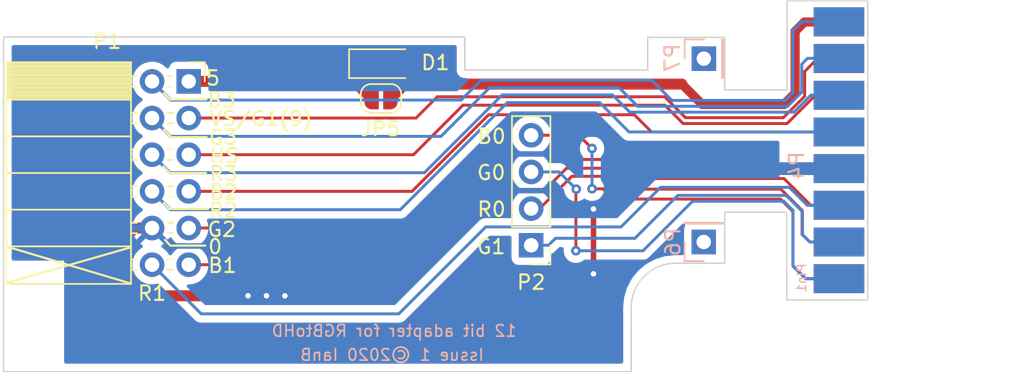
<source format=kicad_pcb>
(kicad_pcb (version 20171130) (host pcbnew "(5.1.4)-1")

  (general
    (thickness 1.6)
    (drawings 69)
    (tracks 196)
    (zones 0)
    (modules 8)
    (nets 20)
  )

  (page A4)
  (layers
    (0 F.Cu signal)
    (31 B.Cu signal hide)
    (34 B.Paste user hide)
    (35 F.Paste user hide)
    (36 B.SilkS user)
    (37 F.SilkS user)
    (38 B.Mask user hide)
    (39 F.Mask user hide)
    (40 Dwgs.User user hide)
    (41 Cmts.User user hide)
    (44 Edge.Cuts user)
    (45 Margin user hide)
    (46 B.CrtYd user hide)
    (47 F.CrtYd user hide)
    (48 B.Fab user hide)
    (49 F.Fab user hide)
  )

  (setup
    (last_trace_width 0.2032)
    (user_trace_width 0.2032)
    (user_trace_width 0.381)
    (user_trace_width 0.635)
    (user_trace_width 0.762)
    (user_trace_width 0.889)
    (user_trace_width 1.016)
    (user_trace_width 1.143)
    (user_trace_width 1.27)
    (trace_clearance 0.2032)
    (zone_clearance 0.508)
    (zone_45_only yes)
    (trace_min 0.2032)
    (via_size 0.6604)
    (via_drill 0.3048)
    (via_min_size 0.6604)
    (via_min_drill 0.3048)
    (uvia_size 0.6096)
    (uvia_drill 0.3048)
    (uvias_allowed no)
    (uvia_min_size 0)
    (uvia_min_drill 0)
    (edge_width 0.1)
    (segment_width 0.2)
    (pcb_text_width 0.2)
    (pcb_text_size 1.25 1.25)
    (mod_edge_width 0.15)
    (mod_text_size 1 1)
    (mod_text_width 0.15)
    (pad_size 5.5 1.75)
    (pad_drill 0)
    (pad_to_mask_clearance 0.15)
    (solder_mask_min_width 0.26)
    (aux_axis_origin 12.502 54.50096)
    (grid_origin 45.002 28.00096)
    (visible_elements 7FFFFFFF)
    (pcbplotparams
      (layerselection 0x010f0_ffffffff)
      (usegerberextensions true)
      (usegerberattributes false)
      (usegerberadvancedattributes false)
      (creategerberjobfile false)
      (excludeedgelayer true)
      (linewidth 0.100000)
      (plotframeref false)
      (viasonmask false)
      (mode 1)
      (useauxorigin false)
      (hpglpennumber 1)
      (hpglpenspeed 20)
      (hpglpendiameter 15.000000)
      (psnegative false)
      (psa4output false)
      (plotreference true)
      (plotvalue false)
      (plotinvisibletext false)
      (padsonsilk false)
      (subtractmaskfromsilk false)
      (outputformat 1)
      (mirror false)
      (drillshape 0)
      (scaleselection 1)
      (outputdirectory "manufacturing/"))
  )

  (net 0 "")
  (net 1 /GND)
  (net 2 /SYNC)
  (net 3 /VSYNC)
  (net 4 "Net-(P6-Pad1)")
  (net 5 /VCC)
  (net 6 /VCC_IN)
  (net 7 "Net-(P7-Pad1)")
  (net 8 /R1)
  (net 9 /R2)
  (net 10 /R3)
  (net 11 /G3)
  (net 12 /B3)
  (net 13 /G1)
  (net 14 /G0)
  (net 15 /B2)
  (net 16 /G2)
  (net 17 /B1)
  (net 18 /R0)
  (net 19 /B0)

  (net_class Default "This is the default net class."
    (clearance 0.2032)
    (trace_width 0.2032)
    (via_dia 0.6604)
    (via_drill 0.3048)
    (uvia_dia 0.6096)
    (uvia_drill 0.3048)
    (diff_pair_width 0.2032)
    (diff_pair_gap 0.25)
    (add_net /B0)
    (add_net /B1)
    (add_net /B2)
    (add_net /B3)
    (add_net /G0)
    (add_net /G1)
    (add_net /G2)
    (add_net /G3)
    (add_net /GND)
    (add_net /R0)
    (add_net /R1)
    (add_net /R2)
    (add_net /R3)
    (add_net /SYNC)
    (add_net /VCC)
    (add_net /VCC_IN)
    (add_net /VSYNC)
    (add_net "Net-(P6-Pad1)")
    (add_net "Net-(P7-Pad1)")
  )

  (net_class Power ""
    (clearance 0.2032)
    (trace_width 0.381)
    (via_dia 0.762)
    (via_drill 0.381)
    (uvia_dia 0.6096)
    (uvia_drill 0.3048)
    (diff_pair_width 0.2032)
    (diff_pair_gap 0.25)
  )

  (module Connector_Harwin:Harwin_M20-89006xx_1x08_P2.54mm_Horizontal_EVEN (layer F.Cu) (tedit 5F3986CF) (tstamp 5F39ABD5)
    (at 90.9252 41.69156)
    (descr "Harwin Male Horizontal Surface Mount Single Row 2.54mm (0.1 inch) Pitch PCB Connector, M20-89006xx, 6 Pins per row (https://cdn.harwin.com/pdfs/M20-890.pdf), generated with kicad-footprint-generator")
    (tags "connector Harwin M20-890 horizontal")
    (path /5F3A811A)
    (attr smd)
    (fp_text reference P5 (at -8.509 -4.2926 90) (layer F.SilkS) hide
      (effects (font (size 1 1) (thickness 0.15)))
    )
    (fp_text value Conn_01x08_even (at -0.48 8.82) (layer F.Fab)
      (effects (font (size 1 1) (thickness 0.15)))
    )
    (fp_line (start -6.425 -6.67) (end -6.425 -6.03) (layer F.Fab) (width 0.1))
    (fp_line (start -6.425 -4.13) (end -6.425 -3.49) (layer F.Fab) (width 0.1))
    (fp_line (start -6.425 -1.59) (end -6.425 -0.95) (layer F.Fab) (width 0.1))
    (fp_line (start -6.425 0.95) (end -6.425 1.59) (layer F.Fab) (width 0.1))
    (fp_line (start -6.425 3.49) (end -6.425 4.13) (layer F.Fab) (width 0.1))
    (fp_line (start -6.425 6.03) (end -6.425 6.67) (layer F.Fab) (width 0.1))
    (fp_line (start -7.28 -12.74) (end 7.28 -12.74) (layer F.CrtYd) (width 0.05))
    (fp_line (start 7.28 -8.12) (end 7.28 8.12) (layer F.CrtYd) (width 0.05))
    (fp_line (start 7.28 8.12) (end -7.28 8.12) (layer F.CrtYd) (width 0.05))
    (fp_line (start -7.28 8.12) (end -7.28 -8.12) (layer F.CrtYd) (width 0.05))
    (fp_line (start -6.425 -6.67) (end -6.425 -6.03) (layer F.Fab) (width 0.1))
    (fp_line (start -6.425 -9.21) (end -6.425 -8.57) (layer F.Fab) (width 0.1))
    (fp_line (start -6.425 -11.75) (end -6.425 -11.11) (layer F.Fab) (width 0.1))
    (fp_line (start -7.28 -8.12) (end -7.28 -12.74) (layer F.CrtYd) (width 0.05))
    (fp_line (start 7.28 -8.12) (end 7.28 -12.74) (layer F.CrtYd) (width 0.05))
    (pad 12 smd rect (at -5.525 -6.35) (size 3.5 2) (layers F.Cu F.Paste F.Mask)
      (net 2 /SYNC))
    (pad 10 smd rect (at -5.525 -3.81) (size 3.5 2) (layers F.Cu F.Paste F.Mask)
      (net 15 /B2))
    (pad 8 smd rect (at -5.525 -1.27) (size 3.5 2) (layers F.Cu F.Paste F.Mask)
      (net 16 /G2))
    (pad 6 smd rect (at -5.525 1.27) (size 3.5 2) (layers F.Cu F.Paste F.Mask)
      (net 17 /B1))
    (pad 4 smd rect (at -5.525 3.81) (size 3.5 2) (layers F.Cu F.Paste F.Mask)
      (net 18 /R0))
    (pad 2 smd rect (at -5.525 6.35) (size 3.5 2) (layers F.Cu F.Paste F.Mask)
      (net 19 /B0))
    (pad 16 smd rect (at -5.525 -11.43) (size 3.5 2) (layers F.Cu F.Paste F.Mask)
      (net 6 /VCC_IN))
    (pad 14 smd rect (at -5.525 -8.89) (size 3.5 2) (layers F.Cu F.Paste F.Mask)
      (net 3 /VSYNC))
    (model ${KISYS3DMOD}/Connector_Harwin.3dshapes/Harwin_M20-89006xx_1x06_P2.54mm_Horizontal.wrl
      (at (xyz 0 0 0))
      (scale (xyz 1 1 1))
      (rotate (xyz 0 0 0))
    )
  )

  (module Connector_PinHeader_2.54mm:PinHeader_1x04_P2.54mm_Vertical locked (layer F.Cu) (tedit 59FED5CC) (tstamp 5DCC4DD0)
    (at 64.0774 45.73016 180)
    (descr "Through hole straight pin header, 1x04, 2.54mm pitch, single row")
    (tags "Through hole pin header THT 1x04 2.54mm single row")
    (path /5DCFA861)
    (fp_text reference P2 (at 0 -2.5654) (layer F.SilkS)
      (effects (font (size 1 1) (thickness 0.15)))
    )
    (fp_text value Conn_01x04 (at 0 9.95) (layer F.Fab)
      (effects (font (size 1 1) (thickness 0.15)))
    )
    (fp_text user %R (at 0 3.81 90) (layer F.Fab)
      (effects (font (size 1 1) (thickness 0.15)))
    )
    (fp_line (start 1.8 -1.8) (end -1.8 -1.8) (layer F.CrtYd) (width 0.05))
    (fp_line (start 1.8 9.4) (end 1.8 -1.8) (layer F.CrtYd) (width 0.05))
    (fp_line (start -1.8 9.4) (end 1.8 9.4) (layer F.CrtYd) (width 0.05))
    (fp_line (start -1.8 -1.8) (end -1.8 9.4) (layer F.CrtYd) (width 0.05))
    (fp_line (start -1.33 -1.33) (end 0 -1.33) (layer F.SilkS) (width 0.12))
    (fp_line (start -1.33 0) (end -1.33 -1.33) (layer F.SilkS) (width 0.12))
    (fp_line (start -1.33 1.27) (end 1.33 1.27) (layer F.SilkS) (width 0.12))
    (fp_line (start 1.33 1.27) (end 1.33 8.95) (layer F.SilkS) (width 0.12))
    (fp_line (start -1.33 1.27) (end -1.33 8.95) (layer F.SilkS) (width 0.12))
    (fp_line (start -1.33 8.95) (end 1.33 8.95) (layer F.SilkS) (width 0.12))
    (fp_line (start -1.27 -0.635) (end -0.635 -1.27) (layer F.Fab) (width 0.1))
    (fp_line (start -1.27 8.89) (end -1.27 -0.635) (layer F.Fab) (width 0.1))
    (fp_line (start 1.27 8.89) (end -1.27 8.89) (layer F.Fab) (width 0.1))
    (fp_line (start 1.27 -1.27) (end 1.27 8.89) (layer F.Fab) (width 0.1))
    (fp_line (start -0.635 -1.27) (end 1.27 -1.27) (layer F.Fab) (width 0.1))
    (pad 4 thru_hole oval (at 0 7.62 180) (size 1.7 1.7) (drill 1) (layers *.Cu *.Mask)
      (net 19 /B0))
    (pad 3 thru_hole oval (at 0 5.08 180) (size 1.7 1.7) (drill 1) (layers *.Cu *.Mask)
      (net 14 /G0))
    (pad 2 thru_hole oval (at 0 2.54 180) (size 1.7 1.7) (drill 1) (layers *.Cu *.Mask)
      (net 18 /R0))
    (pad 1 thru_hole rect (at 0 0 180) (size 1.7 1.7) (drill 1) (layers *.Cu *.Mask)
      (net 13 /G1))
    (model ${KISYS3DMOD}/Connector_PinHeader_2.54mm.3dshapes/PinHeader_1x04_P2.54mm_Vertical.wrl
      (at (xyz 0 0 0))
      (scale (xyz 1 1 1))
      (rotate (xyz 0 0 0))
    )
  )

  (module Connector_PinHeader_2.54mm:PinHeader_1x01_P2.54mm_Vertical (layer B.Cu) (tedit 59FED5CC) (tstamp 5DCB85A9)
    (at 76.03318 45.5041)
    (descr "Through hole straight pin header, 1x01, 2.54mm pitch, single row")
    (tags "Through hole pin header THT 1x01 2.54mm single row")
    (path /5DD07D72)
    (fp_text reference P6 (at -2.1336 0 90) (layer B.SilkS)
      (effects (font (size 1 1) (thickness 0.15)) (justify mirror))
    )
    (fp_text value Conn_01x01 (at 0 -2.33) (layer B.Fab)
      (effects (font (size 1 1) (thickness 0.15)) (justify mirror))
    )
    (fp_line (start -0.635 1.27) (end 1.27 1.27) (layer B.Fab) (width 0.1))
    (fp_line (start 1.27 1.27) (end 1.27 -1.27) (layer B.Fab) (width 0.1))
    (fp_line (start 1.27 -1.27) (end -1.27 -1.27) (layer B.Fab) (width 0.1))
    (fp_line (start -1.27 -1.27) (end -1.27 0.635) (layer B.Fab) (width 0.1))
    (fp_line (start -1.27 0.635) (end -0.635 1.27) (layer B.Fab) (width 0.1))
    (fp_line (start -1.33 -1.33) (end 1.33 -1.33) (layer B.SilkS) (width 0.12))
    (fp_line (start -1.33 -1.27) (end -1.33 -1.33) (layer B.SilkS) (width 0.12))
    (fp_line (start 1.33 -1.27) (end 1.33 -1.33) (layer B.SilkS) (width 0.12))
    (fp_line (start -1.33 -1.27) (end 1.33 -1.27) (layer B.SilkS) (width 0.12))
    (fp_line (start -1.33 0) (end -1.33 1.33) (layer B.SilkS) (width 0.12))
    (fp_line (start -1.33 1.33) (end 0 1.33) (layer B.SilkS) (width 0.12))
    (fp_line (start -1.8 1.8) (end -1.8 -1.8) (layer B.CrtYd) (width 0.05))
    (fp_line (start -1.8 -1.8) (end 1.8 -1.8) (layer B.CrtYd) (width 0.05))
    (fp_line (start 1.8 -1.8) (end 1.8 1.8) (layer B.CrtYd) (width 0.05))
    (fp_line (start 1.8 1.8) (end -1.8 1.8) (layer B.CrtYd) (width 0.05))
    (fp_text user %R (at 0 0 270) (layer B.Fab)
      (effects (font (size 1 1) (thickness 0.15)) (justify mirror))
    )
    (pad 1 thru_hole rect (at 0 0) (size 1.7 1.7) (drill 1) (layers *.Cu *.Mask)
      (net 4 "Net-(P6-Pad1)"))
    (model ${KISYS3DMOD}/Connector_PinHeader_2.54mm.3dshapes/PinHeader_1x01_P2.54mm_Vertical.wrl
      (at (xyz 0 0 0))
      (scale (xyz 1 1 1))
      (rotate (xyz 0 0 0))
    )
  )

  (module Connector_PinHeader_2.54mm:PinHeader_1x01_P2.54mm_Vertical (layer B.Cu) (tedit 59FED5CC) (tstamp 5E575828)
    (at 76.0408 32.80156 270)
    (descr "Through hole straight pin header, 1x01, 2.54mm pitch, single row")
    (tags "Through hole pin header THT 1x01 2.54mm single row")
    (path /5E6322BC)
    (fp_text reference P7 (at -0.0508 2.1844 270) (layer B.SilkS)
      (effects (font (size 1 1) (thickness 0.15)) (justify mirror))
    )
    (fp_text value Conn_01x01 (at 0 -2.33 90) (layer B.Fab)
      (effects (font (size 1 1) (thickness 0.15)) (justify mirror))
    )
    (fp_line (start -0.635 1.27) (end 1.27 1.27) (layer B.Fab) (width 0.1))
    (fp_line (start 1.27 1.27) (end 1.27 -1.27) (layer B.Fab) (width 0.1))
    (fp_line (start 1.27 -1.27) (end -1.27 -1.27) (layer B.Fab) (width 0.1))
    (fp_line (start -1.27 -1.27) (end -1.27 0.635) (layer B.Fab) (width 0.1))
    (fp_line (start -1.27 0.635) (end -0.635 1.27) (layer B.Fab) (width 0.1))
    (fp_line (start -1.33 -1.33) (end 1.33 -1.33) (layer B.SilkS) (width 0.12))
    (fp_line (start -1.33 -1.27) (end -1.33 -1.33) (layer B.SilkS) (width 0.12))
    (fp_line (start 1.33 -1.27) (end 1.33 -1.33) (layer B.SilkS) (width 0.12))
    (fp_line (start -1.33 -1.27) (end 1.33 -1.27) (layer B.SilkS) (width 0.12))
    (fp_line (start -1.33 0) (end -1.33 1.33) (layer B.SilkS) (width 0.12))
    (fp_line (start -1.33 1.33) (end 0 1.33) (layer B.SilkS) (width 0.12))
    (fp_line (start -1.8 1.8) (end -1.8 -1.8) (layer B.CrtYd) (width 0.05))
    (fp_line (start -1.8 -1.8) (end 1.8 -1.8) (layer B.CrtYd) (width 0.05))
    (fp_line (start 1.8 -1.8) (end 1.8 1.8) (layer B.CrtYd) (width 0.05))
    (fp_line (start 1.8 1.8) (end -1.8 1.8) (layer B.CrtYd) (width 0.05))
    (fp_text user %R (at 0 0 180) (layer B.Fab)
      (effects (font (size 1 1) (thickness 0.15)) (justify mirror))
    )
    (pad 1 thru_hole rect (at 0 0 270) (size 1.7 1.7) (drill 1) (layers *.Cu *.Mask)
      (net 7 "Net-(P7-Pad1)"))
    (model ${KISYS3DMOD}/Connector_PinHeader_2.54mm.3dshapes/PinHeader_1x01_P2.54mm_Vertical.wrl
      (at (xyz 0 0 0))
      (scale (xyz 1 1 1))
      (rotate (xyz 0 0 0))
    )
  )

  (module Diode_SMD:D_SOD-123 (layer F.Cu) (tedit 58645DC7) (tstamp 5E575DED)
    (at 53.71166 33.14954)
    (descr SOD-123)
    (tags SOD-123)
    (path /5E5D9673)
    (attr smd)
    (fp_text reference D1 (at 3.7338 -0.07366) (layer F.SilkS)
      (effects (font (size 1 1) (thickness 0.15)))
    )
    (fp_text value D_Schottky (at 0 2.1) (layer F.Fab)
      (effects (font (size 1 1) (thickness 0.15)))
    )
    (fp_text user %R (at 0 -2) (layer F.Fab)
      (effects (font (size 1 1) (thickness 0.15)))
    )
    (fp_line (start -2.25 -1) (end -2.25 1) (layer F.SilkS) (width 0.12))
    (fp_line (start 0.25 0) (end 0.75 0) (layer F.Fab) (width 0.1))
    (fp_line (start 0.25 0.4) (end -0.35 0) (layer F.Fab) (width 0.1))
    (fp_line (start 0.25 -0.4) (end 0.25 0.4) (layer F.Fab) (width 0.1))
    (fp_line (start -0.35 0) (end 0.25 -0.4) (layer F.Fab) (width 0.1))
    (fp_line (start -0.35 0) (end -0.35 0.55) (layer F.Fab) (width 0.1))
    (fp_line (start -0.35 0) (end -0.35 -0.55) (layer F.Fab) (width 0.1))
    (fp_line (start -0.75 0) (end -0.35 0) (layer F.Fab) (width 0.1))
    (fp_line (start -1.4 0.9) (end -1.4 -0.9) (layer F.Fab) (width 0.1))
    (fp_line (start 1.4 0.9) (end -1.4 0.9) (layer F.Fab) (width 0.1))
    (fp_line (start 1.4 -0.9) (end 1.4 0.9) (layer F.Fab) (width 0.1))
    (fp_line (start -1.4 -0.9) (end 1.4 -0.9) (layer F.Fab) (width 0.1))
    (fp_line (start -2.35 -1.15) (end 2.35 -1.15) (layer F.CrtYd) (width 0.05))
    (fp_line (start 2.35 -1.15) (end 2.35 1.15) (layer F.CrtYd) (width 0.05))
    (fp_line (start 2.35 1.15) (end -2.35 1.15) (layer F.CrtYd) (width 0.05))
    (fp_line (start -2.35 -1.15) (end -2.35 1.15) (layer F.CrtYd) (width 0.05))
    (fp_line (start -2.25 1) (end 1.65 1) (layer F.SilkS) (width 0.12))
    (fp_line (start -2.25 -1) (end 1.65 -1) (layer F.SilkS) (width 0.12))
    (pad 1 smd rect (at -1.65 0) (size 0.9 1.2) (layers F.Cu F.Paste F.Mask)
      (net 5 /VCC))
    (pad 2 smd rect (at 1.65 0) (size 0.9 1.2) (layers F.Cu F.Paste F.Mask)
      (net 6 /VCC_IN))
    (model ${KISYS3DMOD}/Diode_SMD.3dshapes/D_SOD-123.wrl
      (at (xyz 0 0 0))
      (scale (xyz 1 1 1))
      (rotate (xyz 0 0 0))
    )
  )

  (module Jumper:SolderJumper-2_P1.3mm_Open_RoundedPad1.0x1.5mm (layer F.Cu) (tedit 5B391E66) (tstamp 5E57D649)
    (at 53.6761 35.56508 180)
    (descr "SMD Solder Jumper, 1x1.5mm, rounded Pads, 0.3mm gap, open")
    (tags "solder jumper open")
    (path /5E65C51A)
    (attr virtual)
    (fp_text reference JP5 (at 0.0381 -2.08788) (layer F.SilkS)
      (effects (font (size 1 1) (thickness 0.15)))
    )
    (fp_text value SolderJumper_2_Open (at 0 1.9) (layer F.Fab)
      (effects (font (size 1 1) (thickness 0.15)))
    )
    (fp_arc (start 0.7 -0.3) (end 1.4 -0.3) (angle -90) (layer F.SilkS) (width 0.12))
    (fp_arc (start 0.7 0.3) (end 0.7 1) (angle -90) (layer F.SilkS) (width 0.12))
    (fp_arc (start -0.7 0.3) (end -1.4 0.3) (angle -90) (layer F.SilkS) (width 0.12))
    (fp_arc (start -0.7 -0.3) (end -0.7 -1) (angle -90) (layer F.SilkS) (width 0.12))
    (fp_line (start -1.4 0.3) (end -1.4 -0.3) (layer F.SilkS) (width 0.12))
    (fp_line (start 0.7 1) (end -0.7 1) (layer F.SilkS) (width 0.12))
    (fp_line (start 1.4 -0.3) (end 1.4 0.3) (layer F.SilkS) (width 0.12))
    (fp_line (start -0.7 -1) (end 0.7 -1) (layer F.SilkS) (width 0.12))
    (fp_line (start -1.65 -1.25) (end 1.65 -1.25) (layer F.CrtYd) (width 0.05))
    (fp_line (start -1.65 -1.25) (end -1.65 1.25) (layer F.CrtYd) (width 0.05))
    (fp_line (start 1.65 1.25) (end 1.65 -1.25) (layer F.CrtYd) (width 0.05))
    (fp_line (start 1.65 1.25) (end -1.65 1.25) (layer F.CrtYd) (width 0.05))
    (pad 1 smd custom (at -0.65 0 180) (size 1 0.5) (layers F.Cu F.Mask)
      (net 6 /VCC_IN) (zone_connect 2)
      (options (clearance outline) (anchor rect))
      (primitives
        (gr_circle (center 0 0.25) (end 0.5 0.25) (width 0))
        (gr_circle (center 0 -0.25) (end 0.5 -0.25) (width 0))
        (gr_poly (pts
           (xy 0 -0.75) (xy 0.5 -0.75) (xy 0.5 0.75) (xy 0 0.75)) (width 0))
      ))
    (pad 2 smd custom (at 0.65 0 180) (size 1 0.5) (layers F.Cu F.Mask)
      (net 5 /VCC) (zone_connect 2)
      (options (clearance outline) (anchor rect))
      (primitives
        (gr_circle (center 0 0.25) (end 0.5 0.25) (width 0))
        (gr_circle (center 0 -0.25) (end 0.5 -0.25) (width 0))
        (gr_poly (pts
           (xy 0 -0.75) (xy -0.5 -0.75) (xy -0.5 0.75) (xy 0 0.75)) (width 0))
      ))
  )

  (module Connector_Harwin:Harwin_M20-89006xx_1x08_P2.54mm_Horizontal_ODD (layer B.Cu) (tedit 5F398665) (tstamp 5F39ADD5)
    (at 90.9252 36.45916)
    (descr "Harwin Male Horizontal Surface Mount Single Row 2.54mm (0.1 inch) Pitch PCB Connector, M20-89006xx, 6 Pins per row (https://cdn.harwin.com/pdfs/M20-890.pdf), generated with kicad-footprint-generator")
    (tags "connector Harwin M20-890 horizontal")
    (path /5F3A7097)
    (attr smd)
    (fp_text reference P4 (at -8.4582 3.7592 90) (layer B.SilkS)
      (effects (font (size 1 1) (thickness 0.15)) (justify mirror))
    )
    (fp_text value Conn_01x08_odd (at -0.48 -8.82) (layer B.Fab)
      (effects (font (size 1 1) (thickness 0.15)) (justify mirror))
    )
    (fp_line (start -6.425 6.67) (end -6.425 6.03) (layer B.Fab) (width 0.1))
    (fp_line (start -6.425 4.13) (end -6.425 3.49) (layer B.Fab) (width 0.1))
    (fp_line (start -6.425 1.59) (end -6.425 0.95) (layer B.Fab) (width 0.1))
    (fp_line (start -6.425 -0.95) (end -6.425 -1.59) (layer B.Fab) (width 0.1))
    (fp_line (start -6.425 -3.49) (end -6.425 -4.13) (layer B.Fab) (width 0.1))
    (fp_line (start -6.425 -6.03) (end -6.425 -6.67) (layer B.Fab) (width 0.1))
    (fp_line (start 7.28 8.12) (end 7.28 -8.12) (layer B.CrtYd) (width 0.05))
    (fp_line (start 7.28 -8.12) (end -7.28 -8.12) (layer B.CrtYd) (width 0.05))
    (fp_line (start -7.28 -8.12) (end -7.28 8.12) (layer B.CrtYd) (width 0.05))
    (fp_line (start 7.28 8.12) (end 7.28 13.06) (layer B.CrtYd) (width 0.05))
    (fp_line (start -7.28 8.12) (end -7.28 13.06) (layer B.CrtYd) (width 0.05))
    (fp_line (start -7.28 13.06) (end 7.28 13.06) (layer B.CrtYd) (width 0.05))
    (pad 5 smd rect (at -5.525 6.5) (size 3.5 2) (layers B.Cu B.Paste B.Mask)
      (net 8 /R1))
    (pad 7 smd rect (at -5.525 3.96) (size 3.5 2) (layers B.Cu B.Paste B.Mask)
      (net 1 /GND))
    (pad 9 smd rect (at -5.525 1.42) (size 3.5 2) (layers B.Cu B.Paste B.Mask)
      (net 9 /R2))
    (pad 11 smd rect (at -5.525 -1.12) (size 3.5 2) (layers B.Cu B.Paste B.Mask)
      (net 10 /R3))
    (pad 13 smd rect (at -5.525 -3.68) (size 3.5 2) (layers B.Cu B.Paste B.Mask)
      (net 11 /G3))
    (pad 15 smd rect (at -5.525 -6.22) (size 3.5 2) (layers B.Cu B.Paste B.Mask)
      (net 12 /B3))
    (pad 3 smd rect (at -5.515 9.05) (size 3.5 2) (layers B.Cu B.Paste B.Mask)
      (net 13 /G1))
    (pad 1 smd rect (at -5.515 11.59) (size 3.5 2) (layers B.Cu B.Paste B.Mask)
      (net 14 /G0))
    (model ${KISYS3DMOD}/Connector_Harwin.3dshapes/Harwin_M20-89006xx_1x06_P2.54mm_Horizontal.wrl
      (at (xyz 0 0 0))
      (scale (xyz 1 1 1))
      (rotate (xyz 0 0 0))
    )
  )

  (module Connector_PinSocket_2.54mm:PinSocket_2x06_P2.54mm_Horizontal locked (layer F.Cu) (tedit 5A19A42C) (tstamp 5F52A14C)
    (at 40.3538 34.37636)
    (descr "Through hole angled socket strip, 2x06, 2.54mm pitch, 8.51mm socket length, double cols (from Kicad 4.0.7), script generated")
    (tags "Through hole angled socket strip THT 2x06 2.54mm double row")
    (path /5E50C60D)
    (fp_text reference P1 (at -5.65 -2.77) (layer F.SilkS)
      (effects (font (size 1 1) (thickness 0.15)))
    )
    (fp_text value Conn_02x06_Odd_Even (at -5.65 15.47) (layer F.Fab)
      (effects (font (size 1 1) (thickness 0.15)))
    )
    (fp_line (start -12.57 -1.27) (end -5.03 -1.27) (layer F.Fab) (width 0.1))
    (fp_line (start -5.03 -1.27) (end -4.06 -0.3) (layer F.Fab) (width 0.1))
    (fp_line (start -4.06 -0.3) (end -4.06 13.97) (layer F.Fab) (width 0.1))
    (fp_line (start -4.06 13.97) (end -12.57 13.97) (layer F.Fab) (width 0.1))
    (fp_line (start -12.57 13.97) (end -12.57 -1.27) (layer F.Fab) (width 0.1))
    (fp_line (start 0 -0.3) (end -4.06 -0.3) (layer F.Fab) (width 0.1))
    (fp_line (start -4.06 0.3) (end 0 0.3) (layer F.Fab) (width 0.1))
    (fp_line (start 0 0.3) (end 0 -0.3) (layer F.Fab) (width 0.1))
    (fp_line (start 0 2.24) (end -4.06 2.24) (layer F.Fab) (width 0.1))
    (fp_line (start -4.06 2.84) (end 0 2.84) (layer F.Fab) (width 0.1))
    (fp_line (start 0 2.84) (end 0 2.24) (layer F.Fab) (width 0.1))
    (fp_line (start 0 4.78) (end -4.06 4.78) (layer F.Fab) (width 0.1))
    (fp_line (start -4.06 5.38) (end 0 5.38) (layer F.Fab) (width 0.1))
    (fp_line (start 0 5.38) (end 0 4.78) (layer F.Fab) (width 0.1))
    (fp_line (start 0 7.32) (end -4.06 7.32) (layer F.Fab) (width 0.1))
    (fp_line (start -4.06 7.92) (end 0 7.92) (layer F.Fab) (width 0.1))
    (fp_line (start 0 7.92) (end 0 7.32) (layer F.Fab) (width 0.1))
    (fp_line (start 0 9.86) (end -4.06 9.86) (layer F.Fab) (width 0.1))
    (fp_line (start -4.06 10.46) (end 0 10.46) (layer F.Fab) (width 0.1))
    (fp_line (start 0 10.46) (end 0 9.86) (layer F.Fab) (width 0.1))
    (fp_line (start 0 12.4) (end -4.06 12.4) (layer F.Fab) (width 0.1))
    (fp_line (start -4.06 13) (end 0 13) (layer F.Fab) (width 0.1))
    (fp_line (start 0 13) (end 0 12.4) (layer F.Fab) (width 0.1))
    (fp_line (start -12.63 -1.21) (end -4 -1.21) (layer F.SilkS) (width 0.12))
    (fp_line (start -12.63 -1.091905) (end -4 -1.091905) (layer F.SilkS) (width 0.12))
    (fp_line (start -12.63 -0.97381) (end -4 -0.97381) (layer F.SilkS) (width 0.12))
    (fp_line (start -12.63 -0.855715) (end -4 -0.855715) (layer F.SilkS) (width 0.12))
    (fp_line (start -12.63 -0.73762) (end -4 -0.73762) (layer F.SilkS) (width 0.12))
    (fp_line (start -12.63 -0.619525) (end -4 -0.619525) (layer F.SilkS) (width 0.12))
    (fp_line (start -12.63 -0.50143) (end -4 -0.50143) (layer F.SilkS) (width 0.12))
    (fp_line (start -12.63 -0.383335) (end -4 -0.383335) (layer F.SilkS) (width 0.12))
    (fp_line (start -12.63 -0.26524) (end -4 -0.26524) (layer F.SilkS) (width 0.12))
    (fp_line (start -12.63 -0.147145) (end -4 -0.147145) (layer F.SilkS) (width 0.12))
    (fp_line (start -12.63 -0.02905) (end -4 -0.02905) (layer F.SilkS) (width 0.12))
    (fp_line (start -12.63 0.089045) (end -4 0.089045) (layer F.SilkS) (width 0.12))
    (fp_line (start -12.63 0.20714) (end -4 0.20714) (layer F.SilkS) (width 0.12))
    (fp_line (start -12.63 0.325235) (end -4 0.325235) (layer F.SilkS) (width 0.12))
    (fp_line (start -12.63 0.44333) (end -4 0.44333) (layer F.SilkS) (width 0.12))
    (fp_line (start -12.63 0.561425) (end -4 0.561425) (layer F.SilkS) (width 0.12))
    (fp_line (start -12.63 0.67952) (end -4 0.67952) (layer F.SilkS) (width 0.12))
    (fp_line (start -12.63 0.797615) (end -4 0.797615) (layer F.SilkS) (width 0.12))
    (fp_line (start -12.63 0.91571) (end -4 0.91571) (layer F.SilkS) (width 0.12))
    (fp_line (start -12.63 1.033805) (end -4 1.033805) (layer F.SilkS) (width 0.12))
    (fp_line (start -12.63 1.1519) (end -4 1.1519) (layer F.SilkS) (width 0.12))
    (fp_line (start -4 -0.36) (end -3.59 -0.36) (layer F.SilkS) (width 0.12))
    (fp_line (start -1.49 -0.36) (end -1.11 -0.36) (layer F.SilkS) (width 0.12))
    (fp_line (start -4 0.36) (end -3.59 0.36) (layer F.SilkS) (width 0.12))
    (fp_line (start -1.49 0.36) (end -1.11 0.36) (layer F.SilkS) (width 0.12))
    (fp_line (start -4 2.18) (end -3.59 2.18) (layer F.SilkS) (width 0.12))
    (fp_line (start -1.49 2.18) (end -1.05 2.18) (layer F.SilkS) (width 0.12))
    (fp_line (start -4 2.9) (end -3.59 2.9) (layer F.SilkS) (width 0.12))
    (fp_line (start -1.49 2.9) (end -1.05 2.9) (layer F.SilkS) (width 0.12))
    (fp_line (start -4 4.72) (end -3.59 4.72) (layer F.SilkS) (width 0.12))
    (fp_line (start -1.49 4.72) (end -1.05 4.72) (layer F.SilkS) (width 0.12))
    (fp_line (start -4 5.44) (end -3.59 5.44) (layer F.SilkS) (width 0.12))
    (fp_line (start -1.49 5.44) (end -1.05 5.44) (layer F.SilkS) (width 0.12))
    (fp_line (start -4 7.26) (end -3.59 7.26) (layer F.SilkS) (width 0.12))
    (fp_line (start -1.49 7.26) (end -1.05 7.26) (layer F.SilkS) (width 0.12))
    (fp_line (start -4 7.98) (end -3.59 7.98) (layer F.SilkS) (width 0.12))
    (fp_line (start -1.49 7.98) (end -1.05 7.98) (layer F.SilkS) (width 0.12))
    (fp_line (start -4 9.8) (end -3.59 9.8) (layer F.SilkS) (width 0.12))
    (fp_line (start -1.49 9.8) (end -1.05 9.8) (layer F.SilkS) (width 0.12))
    (fp_line (start -4 10.52) (end -3.59 10.52) (layer F.SilkS) (width 0.12))
    (fp_line (start -1.49 10.52) (end -1.05 10.52) (layer F.SilkS) (width 0.12))
    (fp_line (start -4 12.34) (end -3.59 12.34) (layer F.SilkS) (width 0.12))
    (fp_line (start -1.49 12.34) (end -1.05 12.34) (layer F.SilkS) (width 0.12))
    (fp_line (start -4 13.06) (end -3.59 13.06) (layer F.SilkS) (width 0.12))
    (fp_line (start -1.49 13.06) (end -1.05 13.06) (layer F.SilkS) (width 0.12))
    (fp_line (start -12.63 1.27) (end -4 1.27) (layer F.SilkS) (width 0.12))
    (fp_line (start -12.63 3.81) (end -4 3.81) (layer F.SilkS) (width 0.12))
    (fp_line (start -12.63 6.35) (end -4 6.35) (layer F.SilkS) (width 0.12))
    (fp_line (start -12.63 8.89) (end -4 8.89) (layer F.SilkS) (width 0.12))
    (fp_line (start -12.63 11.43) (end -4 11.43) (layer F.SilkS) (width 0.12))
    (fp_line (start -12.63 -1.33) (end -4 -1.33) (layer F.SilkS) (width 0.12))
    (fp_line (start -4 -1.33) (end -4 14.03) (layer F.SilkS) (width 0.12))
    (fp_line (start -12.63 14.03) (end -4 14.03) (layer F.SilkS) (width 0.12))
    (fp_line (start -12.63 -1.33) (end -12.63 14.03) (layer F.SilkS) (width 0.12))
    (fp_line (start 1.11 -1.33) (end 1.11 0) (layer F.SilkS) (width 0.12))
    (fp_line (start 0 -1.33) (end 1.11 -1.33) (layer F.SilkS) (width 0.12))
    (fp_line (start 1.8 -1.8) (end -13.05 -1.8) (layer F.CrtYd) (width 0.05))
    (fp_line (start -13.05 -1.8) (end -13.05 14.45) (layer F.CrtYd) (width 0.05))
    (fp_line (start -13.05 14.45) (end 1.8 14.45) (layer F.CrtYd) (width 0.05))
    (fp_line (start 1.8 14.45) (end 1.8 -1.8) (layer F.CrtYd) (width 0.05))
    (fp_text user %R (at -8.315 6.35 90) (layer F.Fab)
      (effects (font (size 1 1) (thickness 0.15)))
    )
    (pad 1 thru_hole rect (at 0 0) (size 1.7 1.7) (drill 1) (layers *.Cu *.Mask)
      (net 5 /VCC))
    (pad 2 thru_hole oval (at -2.54 0) (size 1.7 1.7) (drill 1) (layers *.Cu *.Mask)
      (net 12 /B3))
    (pad 3 thru_hole oval (at 0 2.54) (size 1.7 1.7) (drill 1) (layers *.Cu *.Mask)
      (net 3 /VSYNC))
    (pad 4 thru_hole oval (at -2.54 2.54) (size 1.7 1.7) (drill 1) (layers *.Cu *.Mask)
      (net 11 /G3))
    (pad 5 thru_hole oval (at 0 5.08) (size 1.7 1.7) (drill 1) (layers *.Cu *.Mask)
      (net 2 /SYNC))
    (pad 6 thru_hole oval (at -2.54 5.08) (size 1.7 1.7) (drill 1) (layers *.Cu *.Mask)
      (net 10 /R3))
    (pad 7 thru_hole oval (at 0 7.62) (size 1.7 1.7) (drill 1) (layers *.Cu *.Mask)
      (net 15 /B2))
    (pad 8 thru_hole oval (at -2.54 7.62) (size 1.7 1.7) (drill 1) (layers *.Cu *.Mask)
      (net 9 /R2))
    (pad 9 thru_hole oval (at 0 10.16) (size 1.7 1.7) (drill 1) (layers *.Cu *.Mask)
      (net 16 /G2))
    (pad 10 thru_hole oval (at -2.54 10.16) (size 1.7 1.7) (drill 1) (layers *.Cu *.Mask)
      (net 1 /GND))
    (pad 11 thru_hole oval (at 0 12.7) (size 1.7 1.7) (drill 1) (layers *.Cu *.Mask)
      (net 17 /B1))
    (pad 12 thru_hole oval (at -2.54 12.7) (size 1.7 1.7) (drill 1) (layers *.Cu *.Mask)
      (net 8 /R1))
    (model ${KISYS3DMOD}/Connector_PinSocket_2.54mm.3dshapes/PinSocket_2x06_P2.54mm_Horizontal.wrl
      (at (xyz 0 0 0))
      (scale (xyz 1 1 1))
      (rotate (xyz 0 0 0))
    )
  )

  (gr_line (start 81.8066 28.78836) (end 86.35066 28.78836) (layer Edge.Cuts) (width 0.1) (tstamp 5F52A993))
  (gr_line (start 77.4886 34.9631) (end 81.8066 34.9631) (layer Edge.Cuts) (width 0.1) (tstamp 5F52A992))
  (gr_line (start 81.7812 43.44162) (end 77.4886 43.44162) (layer Edge.Cuts) (width 0.1) (tstamp 5F52A991))
  (gr_line (start 86.34812 49.51476) (end 81.7812 49.51476) (layer Edge.Cuts) (width 0.1) (tstamp 5F52A990))
  (gr_text R1 (at 37.8138 49.05756) (layer F.SilkS)
    (effects (font (size 1 1) (thickness 0.15)))
  )
  (gr_text B1 (at 42.6906 47.12716) (layer F.SilkS)
    (effects (font (size 1 1) (thickness 0.15)))
  )
  (gr_text G1 (at 61.3088 45.83176) (layer F.SilkS)
    (effects (font (size 1 1) (thickness 0.15)))
  )
  (gr_text R0 (at 61.3342 43.24096) (layer F.SilkS)
    (effects (font (size 1 1) (thickness 0.15)))
  )
  (gr_text G0 (at 61.3088 40.70096) (layer F.SilkS)
    (effects (font (size 1 1) (thickness 0.15)))
  )
  (gr_text B0 (at 61.3342 38.18636) (layer F.SilkS)
    (effects (font (size 1 1) (thickness 0.15)))
  )
  (gr_line (start 87.3946 46.97476) (end 87.3946 49.51476) (layer Edge.Cuts) (width 0.1) (tstamp 5F39A331))
  (gr_line (start 87.3946 28.78836) (end 87.39714 31.32836) (layer Edge.Cuts) (width 0.1) (tstamp 5F39A330))
  (gr_line (start 86.34812 49.51476) (end 87.3946 49.51476) (layer Edge.Cuts) (width 0.1))
  (gr_line (start 86.35066 28.78836) (end 87.3946 28.78836) (layer Edge.Cuts) (width 0.1))
  (gr_line (start 81.8066 31.32836) (end 81.8066 28.78836) (layer Edge.Cuts) (width 0.1) (tstamp 5F39A32D))
  (gr_line (start 81.7812 46.97476) (end 81.7812 49.51476) (layer Edge.Cuts) (width 0.1) (tstamp 5F39A32C))
  (gr_line (start 87.39714 31.32836) (end 87.3946 46.97476) (layer Edge.Cuts) (width 0.1) (tstamp 5E68CDC1))
  (gr_line (start 81.7812 43.44162) (end 81.7812 46.97476) (layer Edge.Cuts) (width 0.1))
  (gr_line (start 81.8066 34.9631) (end 81.8066 31.32836) (layer Edge.Cuts) (width 0.1))
  (gr_line (start 77.4886 43.44162) (end 77.4886 46.97476) (layer Edge.Cuts) (width 0.1) (tstamp 5E586030))
  (gr_line (start 77.4886 31.32836) (end 77.4886 34.9631) (layer Edge.Cuts) (width 0.1) (tstamp 5E58602D))
  (gr_line (start 74.135799 46.97476) (end 77.4886 46.97476) (layer Edge.Cuts) (width 0.1) (tstamp 5E583A7A))
  (gr_line (start 71.011181 50.04816) (end 71.0116 54.49316) (layer Edge.Cuts) (width 0.1) (tstamp 5E583A77))
  (gr_text Pin1 (at 82.8226 47.99076 90) (layer B.SilkS)
    (effects (font (size 0.6 0.6) (thickness 0.1)) (justify mirror))
  )
  (gr_line (start 72.1546 31.32836) (end 77.4886 31.32836) (layer Edge.Cuts) (width 0.1))
  (gr_line (start 27.5268 54.49316) (end 71.0116 54.49316) (layer Edge.Cuts) (width 0.1) (tstamp 5E575A9A))
  (gr_line (start 72.1546 33.58896) (end 72.1546 31.32836) (layer Edge.Cuts) (width 0.1))
  (gr_line (start 71.3672 33.58896) (end 72.1546 33.58896) (layer Edge.Cuts) (width 0.1))
  (gr_line (start 71.3672 33.58896) (end 59.48 33.58896) (layer Edge.Cuts) (width 0.1) (tstamp 5E575930))
  (gr_line (start 59.48 33.58896) (end 59.48 32.82696) (layer Edge.Cuts) (width 0.1) (tstamp 5E5758CA))
  (gr_text "12 bit adapter for RGBtoHD" (at 54.5778 51.66106) (layer B.SilkS)
    (effects (font (size 0.8 0.8) (thickness 0.12)) (justify mirror))
  )
  (gr_line (start 27.7808 48.32096) (end 36.3152 45.88256) (layer F.SilkS) (width 0.15))
  (gr_line (start 27.7808 45.83176) (end 36.3152 48.37176) (layer F.SilkS) (width 0.15))
  (gr_line (start 39.0838 45.75556) (end 41.4968 45.75556) (layer F.SilkS) (width 0.15))
  (gr_line (start 38.7028 45.34916) (end 39.0838 45.75556) (layer F.SilkS) (width 0.15))
  (gr_line (start 59.48 31.30296) (end 59.48 32.82696) (layer Edge.Cuts) (width 0.1) (tstamp 5DD5AB6E))
  (gr_line (start 39.541 43.21556) (end 41.7 43.21556) (layer F.SilkS) (width 0.15))
  (gr_line (start 39.6172 38.23716) (end 41.5984 38.23716) (layer F.SilkS) (width 0.15))
  (gr_line (start 39.5664 40.72636) (end 41.5476 40.72636) (layer F.SilkS) (width 0.15))
  (gr_line (start 39.0584 35.62096) (end 41.573 35.62096) (layer F.SilkS) (width 0.15))
  (gr_line (start 38.6266 35.18916) (end 39.0584 35.62096) (layer F.SilkS) (width 0.15))
  (gr_line (start 39.033 43.21556) (end 38.6266 42.80916) (layer F.SilkS) (width 0.15))
  (gr_line (start 39.541 43.21556) (end 39.033 43.21556) (layer F.SilkS) (width 0.15))
  (gr_line (start 39.0584 40.72636) (end 38.6012 40.26916) (layer F.SilkS) (width 0.15))
  (gr_line (start 39.5664 40.72636) (end 39.0584 40.72636) (layer F.SilkS) (width 0.15))
  (gr_line (start 39.1346 38.23716) (end 38.6266 37.72916) (layer F.SilkS) (width 0.15))
  (gr_line (start 39.6172 38.23716) (end 39.1346 38.23716) (layer F.SilkS) (width 0.15))
  (gr_line (start 27.5268 31.30296) (end 59.48 31.30296) (layer Edge.Cuts) (width 0.1) (tstamp 5DD1BA95))
  (gr_text "Issue 1 ©2020 IanB" (at 54.4381 53.32476) (layer B.SilkS)
    (effects (font (size 0.8 0.8) (thickness 0.12)) (justify mirror))
  )
  (gr_text R2 (at 42.7414 43.31716) (layer F.SilkS)
    (effects (font (size 1 1) (thickness 0.15)))
  )
  (gr_text R3 (at 42.7668 40.77716) (layer F.SilkS)
    (effects (font (size 1 1) (thickness 0.15)))
  )
  (gr_text G3 (at 42.7414 38.26256) (layer F.SilkS)
    (effects (font (size 1 1) (thickness 0.15)))
  )
  (gr_line (start 27.5268 31.30296) (end 27.5268 54.49316) (layer Edge.Cuts) (width 0.1))
  (gr_arc (start 74.085 50.048159) (end 74.135799 46.97476) (angle -90.94695176) (layer Edge.Cuts) (width 0.1))
  (gr_text 0 (at 42.1826 45.83176) (layer F.SilkS)
    (effects (font (size 1 1) (thickness 0.15)))
  )
  (gr_text B3 (at 42.6398 35.67176) (layer F.SilkS)
    (effects (font (size 1 1) (thickness 0.15)))
  )
  (gr_text G2 (at 42.6398 44.63796) (layer F.SilkS)
    (effects (font (size 1 1) (thickness 0.15)))
  )
  (gr_text B2 (at 42.7668 42.04716) (layer F.SilkS)
    (effects (font (size 1 1) (thickness 0.15)))
  )
  (gr_text HS (at 42.8176 39.53256) (layer F.SilkS)
    (effects (font (size 1 1) (thickness 0.15)))
  )
  (gr_text "VS/G1(9)" (at 45.3576 36.96716) (layer F.SilkS)
    (effects (font (size 1 1) (thickness 0.15)))
  )
  (gr_text 5 (at 42.0302 34.14776) (layer F.SilkS)
    (effects (font (size 1 1) (thickness 0.15)))
  )
  (dimension 30.5 (width 0.15) (layer Dwgs.User)
    (gr_text "30.5 mm (SMT socket)" (at 88.05 39.25 270) (layer Dwgs.User)
      (effects (font (size 1.5 1.5) (thickness 0.15)))
    )
    (feature1 (pts (xy 78.5 54.5) (xy 89.1 54.5)))
    (feature2 (pts (xy 78.5 24) (xy 89.1 24)))
    (crossbar (pts (xy 87 24) (xy 87 54.5)))
    (arrow1a (pts (xy 87 54.5) (xy 86.413579 53.373496)))
    (arrow1b (pts (xy 87 54.5) (xy 87.586421 53.373496)))
    (arrow2a (pts (xy 87 24) (xy 86.413579 25.126504)))
    (arrow2b (pts (xy 87 24) (xy 87.586421 25.126504)))
  )
  (dimension 30 (width 0.15) (layer Dwgs.User)
    (gr_text "30 mm (Thru-hole)" (at 83.05 39.5 270) (layer Dwgs.User)
      (effects (font (size 1.5 1.5) (thickness 0.15)))
    )
    (feature1 (pts (xy 78.5 54.5) (xy 84.1 54.5)))
    (feature2 (pts (xy 78.5 24.5) (xy 84.1 24.5)))
    (crossbar (pts (xy 82 24.5) (xy 82 54.5)))
    (arrow1a (pts (xy 82 54.5) (xy 81.413579 53.373496)))
    (arrow1b (pts (xy 82 54.5) (xy 82.586421 53.373496)))
    (arrow2a (pts (xy 82 24.5) (xy 81.413579 25.626504)))
    (arrow2b (pts (xy 82 24.5) (xy 82.586421 25.626504)))
  )
  (dimension 23 (width 0.15) (layer Dwgs.User)
    (gr_text "23.000 mm" (at 7.95 39.5 90) (layer Dwgs.User)
      (effects (font (size 1.5 1.5) (thickness 0.15)))
    )
    (feature1 (pts (xy 11.5 28) (xy 6.9 28)))
    (feature2 (pts (xy 11.5 51) (xy 6.9 51)))
    (crossbar (pts (xy 9 51) (xy 9 28)))
    (arrow1a (pts (xy 9 28) (xy 9.586421 29.126504)))
    (arrow1b (pts (xy 9 28) (xy 8.413579 29.126504)))
    (arrow2a (pts (xy 9 51) (xy 9.586421 49.873496)))
    (arrow2b (pts (xy 9 51) (xy 8.413579 49.873496)))
  )
  (dimension 3.5 (width 0.15) (layer Dwgs.User)
    (gr_text "3.5 mm" (at 21 58.5) (layer Dwgs.User)
      (effects (font (size 1.5 1.5) (thickness 0.15)))
    )
    (feature1 (pts (xy 16.068883 55.2811) (xy 16.068883 60.3811)))
    (feature2 (pts (xy 12.568883 55.2811) (xy 12.568883 60.3811)))
    (crossbar (pts (xy 12.568883 58.2811) (xy 16.068883 58.2811)))
    (arrow1a (pts (xy 16.068883 58.2811) (xy 14.942379 58.867521)))
    (arrow1b (pts (xy 16.068883 58.2811) (xy 14.942379 57.694679)))
    (arrow2a (pts (xy 12.568883 58.2811) (xy 13.695387 58.867521)))
    (arrow2b (pts (xy 12.568883 58.2811) (xy 13.695387 57.694679)))
  )
  (dimension 3.5 (width 0.15) (layer Dwgs.User) (tstamp 55169E80)
    (gr_text "3.5 mm" (at 22.5 46 270) (layer Dwgs.User) (tstamp 55169E80)
      (effects (font (size 1.5 1.5) (thickness 0.15)))
    )
    (feature1 (pts (xy 20 54.5) (xy 24.6 54.5)))
    (feature2 (pts (xy 20 51) (xy 24.6 51)))
    (crossbar (pts (xy 22.5 51) (xy 22.5 54.5)))
    (arrow1a (pts (xy 22.5 54.5) (xy 21.913579 53.373496)))
    (arrow1b (pts (xy 22.5 54.5) (xy 23.086421 53.373496)))
    (arrow2a (pts (xy 22.5 51) (xy 21.913579 52.126504)))
    (arrow2b (pts (xy 22.5 51) (xy 23.086421 52.126504)))
  )
  (dimension 29 (width 0.15) (layer Dwgs.User)
    (gr_text "29 mm" (at 30.5 35.849999) (layer Dwgs.User)
      (effects (font (size 1.5 1.5) (thickness 0.15)))
    )
    (feature1 (pts (xy 45 32) (xy 45 37.199999)))
    (feature2 (pts (xy 16 32) (xy 16 37.199999)))
    (crossbar (pts (xy 16 34.499999) (xy 45 34.499999)))
    (arrow1a (pts (xy 45 34.499999) (xy 43.873496 35.08642)))
    (arrow1b (pts (xy 45 34.499999) (xy 43.873496 33.913578)))
    (arrow2a (pts (xy 16 34.499999) (xy 17.126504 35.08642)))
    (arrow2b (pts (xy 16 34.499999) (xy 17.126504 33.913578)))
  )
  (dimension 58 (width 0.15) (layer Dwgs.User)
    (gr_text "58 mm" (at 45 19.15) (layer Dwgs.User)
      (effects (font (size 1.5 1.5) (thickness 0.15)))
    )
    (feature1 (pts (xy 74 23) (xy 74 17.8)))
    (feature2 (pts (xy 16 23) (xy 16 17.8)))
    (crossbar (pts (xy 16 20.5) (xy 74 20.5)))
    (arrow1a (pts (xy 74 20.5) (xy 72.873496 21.086421)))
    (arrow1b (pts (xy 74 20.5) (xy 72.873496 19.913579)))
    (arrow2a (pts (xy 16 20.5) (xy 17.126504 21.086421)))
    (arrow2b (pts (xy 16 20.5) (xy 17.126504 19.913579)))
  )
  (dimension 65 (width 0.15) (layer Dwgs.User)
    (gr_text "65 mm" (at 45 14.65) (layer Dwgs.User)
      (effects (font (size 1.5 1.5) (thickness 0.15)))
    )
    (feature1 (pts (xy 77.5 23) (xy 77.5 13.3)))
    (feature2 (pts (xy 12.5 23) (xy 12.5 13.3)))
    (crossbar (pts (xy 12.5 16) (xy 77.5 16)))
    (arrow1a (pts (xy 77.5 16) (xy 76.373496 16.586421)))
    (arrow1b (pts (xy 77.5 16) (xy 76.373496 15.413579)))
    (arrow2a (pts (xy 12.5 16) (xy 13.626504 16.586421)))
    (arrow2b (pts (xy 12.5 16) (xy 13.626504 15.413579)))
  )

  (segment (start 37.8138 44.53636) (end 39.057501 45.780061) (width 0.381) (layer B.Cu) (net 1))
  (via (at 47.01622 49.23282) (size 0.762) (drill 0.381) (layers F.Cu B.Cu) (net 1))
  (segment (start 47.01622 45.89018) (end 47.126339 45.780061) (width 0.381) (layer B.Cu) (net 1))
  (segment (start 47.01622 49.23282) (end 47.01622 45.89018) (width 0.381) (layer B.Cu) (net 1))
  (segment (start 47.01368 49.23028) (end 47.01622 49.23282) (width 0.762) (layer F.Cu) (net 1))
  (segment (start 35.55066 48.03902) (end 36.74192 49.23028) (width 0.762) (layer F.Cu) (net 1))
  (segment (start 35.55066 45.597419) (end 35.55066 48.03902) (width 0.762) (layer F.Cu) (net 1))
  (segment (start 37.8138 44.53636) (end 36.611719 44.53636) (width 0.762) (layer F.Cu) (net 1))
  (segment (start 36.611719 44.53636) (end 35.55066 45.597419) (width 0.762) (layer F.Cu) (net 1))
  (via (at 44.46352 49.23028) (size 0.762) (drill 0.381) (layers F.Cu B.Cu) (net 1))
  (segment (start 39.057501 45.780061) (end 44.466959 45.780061) (width 0.381) (layer B.Cu) (net 1))
  (segment (start 36.74192 49.23028) (end 44.46352 49.23028) (width 0.762) (layer F.Cu) (net 1))
  (segment (start 44.466959 45.780061) (end 44.466959 49.226841) (width 0.381) (layer B.Cu) (net 1))
  (segment (start 44.466959 49.226841) (end 44.46352 49.23028) (width 0.381) (layer B.Cu) (net 1))
  (via (at 45.7386 49.23028) (size 0.762) (drill 0.381) (layers F.Cu B.Cu) (net 1))
  (segment (start 44.466959 45.780061) (end 45.737701 45.780061) (width 0.381) (layer B.Cu) (net 1))
  (segment (start 45.737701 45.780061) (end 47.126339 45.780061) (width 0.381) (layer B.Cu) (net 1))
  (segment (start 44.46352 49.23028) (end 45.7386 49.23028) (width 0.762) (layer F.Cu) (net 1))
  (segment (start 45.7386 49.23028) (end 47.01368 49.23028) (width 0.762) (layer F.Cu) (net 1))
  (segment (start 45.737701 45.780061) (end 45.737701 49.229381) (width 0.381) (layer B.Cu) (net 1))
  (segment (start 45.737701 49.229381) (end 45.7386 49.23028) (width 0.381) (layer B.Cu) (net 1))
  (segment (start 47.01622 45.89018) (end 54.84958 45.89018) (width 0.381) (layer B.Cu) (net 1))
  (segment (start 77.7426 39.55796) (end 69.4368 39.55796) (width 0.635) (layer B.Cu) (net 1))
  (segment (start 78.6038 40.41916) (end 77.7426 39.55796) (width 0.635) (layer B.Cu) (net 1))
  (segment (start 54.84958 45.89018) (end 58.8958 41.84396) (width 0.381) (layer B.Cu) (net 1))
  (segment (start 85.4002 40.41916) (end 78.6038 40.41916) (width 0.889) (layer B.Cu) (net 1))
  (via (at 68.3954 47.71136) (size 0.762) (drill 0.381) (layers F.Cu B.Cu) (net 1))
  (via (at 68.395398 43.215561) (size 0.762) (drill 0.381) (layers F.Cu B.Cu) (net 1))
  (segment (start 68.3954 47.71136) (end 68.3954 43.215563) (width 0.381) (layer F.Cu) (net 1))
  (segment (start 68.3954 43.215563) (end 68.395398 43.215561) (width 0.381) (layer F.Cu) (net 1))
  (segment (start 58.8958 41.84396) (end 58.9974 41.94556) (width 0.381) (layer B.Cu) (net 1))
  (segment (start 58.9974 41.94556) (end 65.3474 41.94556) (width 0.381) (layer B.Cu) (net 1))
  (segment (start 69.4368 42.174159) (end 68.725597 42.885362) (width 0.381) (layer B.Cu) (net 1))
  (segment (start 68.725597 42.885362) (end 68.395398 43.215561) (width 0.381) (layer B.Cu) (net 1))
  (segment (start 69.4368 39.55796) (end 69.4368 42.174159) (width 0.381) (layer B.Cu) (net 1))
  (segment (start 67.928425 43.215561) (end 68.395398 43.215561) (width 0.381) (layer B.Cu) (net 1))
  (segment (start 66.617401 43.215561) (end 67.928425 43.215561) (width 0.381) (layer B.Cu) (net 1))
  (segment (start 65.3474 41.94556) (end 66.617401 43.215561) (width 0.381) (layer B.Cu) (net 1))
  (segment (start 61.333301 39.406459) (end 65.727501 39.406459) (width 0.381) (layer B.Cu) (net 1))
  (segment (start 58.8958 41.84396) (end 61.333301 39.406459) (width 0.381) (layer B.Cu) (net 1))
  (segment (start 65.727501 39.406459) (end 67.1 38.03396) (width 0.381) (layer B.Cu) (net 1))
  (segment (start 67.1 38.03396) (end 68.9034 38.03396) (width 0.381) (layer B.Cu) (net 1))
  (segment (start 68.9034 38.03396) (end 69.4368 38.56736) (width 0.381) (layer B.Cu) (net 1))
  (segment (start 69.4368 38.56736) (end 69.4368 39.55796) (width 0.381) (layer B.Cu) (net 1))
  (segment (start 37.8138 44.53636) (end 35.35 47.00016) (width 0.381) (layer B.Cu) (net 1))
  (segment (start 68.065201 48.041559) (end 68.3954 47.71136) (width 0.381) (layer B.Cu) (net 1))
  (segment (start 64.1282 51.97856) (end 68.065201 48.041559) (width 0.381) (layer B.Cu) (net 1))
  (segment (start 38.0678 51.97856) (end 64.1282 51.97856) (width 0.381) (layer B.Cu) (net 1))
  (segment (start 35.35 49.26076) (end 38.0678 51.97856) (width 0.381) (layer B.Cu) (net 1))
  (segment (start 35.35 47.00016) (end 35.35 49.26076) (width 0.381) (layer B.Cu) (net 1))
  (segment (start 83.7624 35.34156) (end 85.4002 35.34156) (width 0.2032) (layer F.Cu) (net 2))
  (segment (start 55.924 39.45636) (end 59.353 36.02736) (width 0.2032) (layer F.Cu) (net 2))
  (segment (start 40.3538 39.45636) (end 55.924 39.45636) (width 0.2032) (layer F.Cu) (net 2))
  (segment (start 59.353 36.02736) (end 73.332449 36.02736) (width 0.2032) (layer F.Cu) (net 2))
  (segment (start 73.332449 36.02736) (end 74.60246 37.297371) (width 0.2032) (layer F.Cu) (net 2))
  (segment (start 74.60246 37.297371) (end 81.806589 37.297371) (width 0.2032) (layer F.Cu) (net 2))
  (segment (start 81.806589 37.297371) (end 83.7624 35.34156) (width 0.2032) (layer F.Cu) (net 2))
  (segment (start 83.9148 32.80156) (end 85.4002 32.80156) (width 0.2032) (layer F.Cu) (net 3))
  (segment (start 83.0258 33.69056) (end 83.9148 32.80156) (width 0.2032) (layer F.Cu) (net 3))
  (segment (start 83.0258 35.40884) (end 83.0258 33.69056) (width 0.2032) (layer F.Cu) (net 3))
  (segment (start 56.1018 36.91636) (end 57.575 35.44316) (width 0.2032) (layer F.Cu) (net 3))
  (segment (start 40.3538 36.91636) (end 56.1018 36.91636) (width 0.2032) (layer F.Cu) (net 3))
  (segment (start 57.575 35.44316) (end 73.323 35.44316) (width 0.2032) (layer F.Cu) (net 3))
  (segment (start 73.323 35.44316) (end 74.7708 36.89096) (width 0.2032) (layer F.Cu) (net 3))
  (segment (start 74.7708 36.89096) (end 81.54368 36.89096) (width 0.2032) (layer F.Cu) (net 3))
  (segment (start 81.54368 36.89096) (end 83.0258 35.40884) (width 0.2032) (layer F.Cu) (net 3))
  (segment (start 82.845 30.23916) (end 85.4002 30.23916) (width 0.2032) (layer B.Cu) (net 12))
  (segment (start 81.6796 35.69716) (end 82.213 35.16376) (width 0.2032) (layer B.Cu) (net 12))
  (segment (start 39.1092 35.67176) (end 59.226 35.67176) (width 0.2032) (layer B.Cu) (net 12))
  (segment (start 37.8138 34.37636) (end 39.1092 35.67176) (width 0.2032) (layer B.Cu) (net 12))
  (segment (start 82.213 35.16376) (end 82.213 30.87116) (width 0.2032) (layer B.Cu) (net 12))
  (segment (start 59.226 35.67176) (end 60.5976 34.30016) (width 0.2032) (layer B.Cu) (net 12))
  (segment (start 60.5976 34.30016) (end 72.434 34.30016) (width 0.2032) (layer B.Cu) (net 12))
  (segment (start 82.213 30.87116) (end 82.845 30.23916) (width 0.2032) (layer B.Cu) (net 12))
  (segment (start 72.434 34.30016) (end 73.831 35.69716) (width 0.2032) (layer B.Cu) (net 12))
  (segment (start 73.831 35.69716) (end 81.6796 35.69716) (width 0.2032) (layer B.Cu) (net 12))
  (segment (start 83.226 32.77916) (end 85.4002 32.77916) (width 0.2032) (layer B.Cu) (net 11))
  (segment (start 81.84794 36.103571) (end 82.8226 35.128911) (width 0.2032) (layer B.Cu) (net 11))
  (segment (start 73.66266 36.103571) (end 81.84794 36.103571) (width 0.2032) (layer B.Cu) (net 11))
  (segment (start 82.8226 33.18256) (end 83.226 32.77916) (width 0.2032) (layer B.Cu) (net 11))
  (segment (start 39.0838 38.18636) (end 57.829 38.18636) (width 0.2032) (layer B.Cu) (net 11))
  (segment (start 82.8226 35.128911) (end 82.8226 33.18256) (width 0.2032) (layer B.Cu) (net 11))
  (segment (start 37.8138 36.91636) (end 39.0838 38.18636) (width 0.2032) (layer B.Cu) (net 11))
  (segment (start 57.829 38.18636) (end 61.2072 34.80816) (width 0.2032) (layer B.Cu) (net 11))
  (segment (start 61.2072 34.80816) (end 70.16236 34.80816) (width 0.2032) (layer B.Cu) (net 11))
  (segment (start 70.16236 34.80816) (end 71.45777 36.10357) (width 0.2032) (layer B.Cu) (net 11))
  (segment (start 71.45777 36.10357) (end 73.66266 36.103571) (width 0.2032) (layer B.Cu) (net 11))
  (segment (start 83.447 35.33916) (end 85.4002 35.33916) (width 0.2032) (layer B.Cu) (net 10))
  (segment (start 82.276181 36.509979) (end 83.447 35.33916) (width 0.2032) (layer B.Cu) (net 10))
  (segment (start 39.0584 40.70096) (end 56.686 40.70096) (width 0.2032) (layer B.Cu) (net 10))
  (segment (start 37.8138 39.45636) (end 39.0584 40.70096) (width 0.2032) (layer B.Cu) (net 10))
  (segment (start 56.686 40.70096) (end 62.0708 35.31616) (width 0.2032) (layer B.Cu) (net 10))
  (segment (start 62.0708 35.31616) (end 69.7162 35.31616) (width 0.2032) (layer B.Cu) (net 10))
  (segment (start 69.7162 35.31616) (end 70.910019 36.509979) (width 0.2032) (layer B.Cu) (net 10))
  (segment (start 70.910019 36.509979) (end 82.276181 36.509979) (width 0.2032) (layer B.Cu) (net 10))
  (segment (start 70.8568 37.87916) (end 85.4002 37.87916) (width 0.2032) (layer B.Cu) (net 9))
  (segment (start 68.8272 35.84956) (end 70.8568 37.87916) (width 0.2032) (layer B.Cu) (net 9))
  (segment (start 62.4264 35.84956) (end 68.8272 35.84956) (width 0.2032) (layer B.Cu) (net 9))
  (segment (start 55.0096 43.26636) (end 62.4264 35.84956) (width 0.2032) (layer B.Cu) (net 9))
  (segment (start 37.8138 41.99636) (end 39.0838 43.26636) (width 0.2032) (layer B.Cu) (net 9))
  (segment (start 39.0838 43.26636) (end 55.0096 43.26636) (width 0.2032) (layer B.Cu) (net 9))
  (segment (start 41.555881 44.53636) (end 40.3538 44.53636) (width 0.2032) (layer F.Cu) (net 16))
  (segment (start 56.2034 44.53636) (end 41.555881 44.53636) (width 0.2032) (layer F.Cu) (net 16))
  (segment (start 72.561 40.42156) (end 71.925976 39.786536) (width 0.2032) (layer F.Cu) (net 16))
  (segment (start 85.4002 40.42156) (end 72.561 40.42156) (width 0.2032) (layer F.Cu) (net 16))
  (segment (start 71.925976 39.786536) (end 66.795176 39.786536) (width 0.2032) (layer F.Cu) (net 16))
  (segment (start 66.795176 39.786536) (end 66.3888 39.38016) (width 0.2032) (layer F.Cu) (net 16))
  (segment (start 66.3888 39.38016) (end 61.3596 39.38016) (width 0.2032) (layer F.Cu) (net 16))
  (segment (start 61.3596 39.38016) (end 56.2034 44.53636) (width 0.2032) (layer F.Cu) (net 16))
  (segment (start 83.447 37.88156) (end 85.4002 37.88156) (width 0.2032) (layer F.Cu) (net 15))
  (segment (start 72.41805 37.88156) (end 83.447 37.88156) (width 0.2032) (layer F.Cu) (net 15))
  (segment (start 71.22425 36.68776) (end 72.41805 37.88156) (width 0.2032) (layer F.Cu) (net 15))
  (segment (start 61.131 36.68776) (end 71.22425 36.68776) (width 0.2032) (layer F.Cu) (net 15))
  (segment (start 40.3538 41.99636) (end 55.8224 41.99636) (width 0.2032) (layer F.Cu) (net 15))
  (segment (start 55.8224 41.99636) (end 61.131 36.68776) (width 0.2032) (layer F.Cu) (net 15))
  (segment (start 40.3538 34.37636) (end 44.14856 34.37636) (width 0.762) (layer F.Cu) (net 5))
  (segment (start 45.37538 33.14954) (end 52.06166 33.14954) (width 0.762) (layer F.Cu) (net 5))
  (segment (start 44.14856 34.37636) (end 45.37538 33.14954) (width 0.762) (layer F.Cu) (net 5))
  (segment (start 52.06166 34.60064) (end 53.0261 35.56508) (width 0.762) (layer F.Cu) (net 5))
  (segment (start 52.06166 33.14954) (end 52.06166 34.60064) (width 0.762) (layer F.Cu) (net 5))
  (segment (start 56.57366 33.14954) (end 57.98844 34.56432) (width 0.762) (layer F.Cu) (net 6))
  (segment (start 55.36166 33.14954) (end 56.57366 33.14954) (width 0.762) (layer F.Cu) (net 6))
  (segment (start 57.98844 34.56432) (end 74.52188 34.56432) (width 0.762) (layer F.Cu) (net 6))
  (segment (start 55.36166 34.52952) (end 54.3261 35.56508) (width 0.762) (layer F.Cu) (net 6))
  (segment (start 55.36166 33.14954) (end 55.36166 34.52952) (width 0.762) (layer F.Cu) (net 6))
  (segment (start 83.0152 30.26156) (end 85.4002 30.26156) (width 0.635) (layer F.Cu) (net 6))
  (segment (start 82.3654 30.91136) (end 83.0152 30.26156) (width 0.635) (layer F.Cu) (net 6))
  (segment (start 82.3654 35.18916) (end 82.3654 30.91136) (width 0.635) (layer F.Cu) (net 6))
  (segment (start 81.578 35.97656) (end 82.3654 35.18916) (width 0.635) (layer F.Cu) (net 6))
  (segment (start 74.52188 34.56432) (end 75.93412 35.97656) (width 0.635) (layer F.Cu) (net 6))
  (segment (start 75.93412 35.97656) (end 81.578 35.97656) (width 0.635) (layer F.Cu) (net 6))
  (segment (start 83.447 42.96156) (end 85.4002 42.96156) (width 0.2032) (layer F.Cu) (net 17))
  (segment (start 81.5928 41.10736) (end 83.447 42.96156) (width 0.2032) (layer F.Cu) (net 17))
  (segment (start 71.3926 41.10736) (end 81.5928 41.10736) (width 0.2032) (layer F.Cu) (net 17))
  (segment (start 56.432 47.07636) (end 61.5882 41.92016) (width 0.2032) (layer F.Cu) (net 17))
  (segment (start 40.3538 47.07636) (end 56.432 47.07636) (width 0.2032) (layer F.Cu) (net 17))
  (segment (start 61.5882 41.92016) (end 65.001245 41.92016) (width 0.2032) (layer F.Cu) (net 17))
  (segment (start 65.001245 41.92016) (end 66.525245 40.39616) (width 0.2032) (layer F.Cu) (net 17))
  (segment (start 66.525245 40.39616) (end 70.6814 40.39616) (width 0.2032) (layer F.Cu) (net 17))
  (segment (start 70.6814 40.39616) (end 71.3926 41.10736) (width 0.2032) (layer F.Cu) (net 17))
  (segment (start 83.447 42.95916) (end 85.4002 42.95916) (width 0.2032) (layer B.Cu) (net 8))
  (segment (start 83.2012 42.95916) (end 83.447 42.95916) (width 0.2032) (layer B.Cu) (net 8))
  (segment (start 81.959 41.71696) (end 83.2012 42.95916) (width 0.2032) (layer B.Cu) (net 8))
  (segment (start 41.2174 50.47996) (end 54.908 50.47996) (width 0.2032) (layer B.Cu) (net 8))
  (segment (start 37.8138 47.07636) (end 41.2174 50.47996) (width 0.2032) (layer B.Cu) (net 8))
  (segment (start 54.908 50.47996) (end 60.9278 44.46016) (width 0.2032) (layer B.Cu) (net 8))
  (segment (start 60.9278 44.46016) (end 70.3004 44.46016) (width 0.2032) (layer B.Cu) (net 8))
  (segment (start 70.3004 44.46016) (end 73.0436 41.71696) (width 0.2032) (layer B.Cu) (net 8))
  (segment (start 73.0436 41.71696) (end 81.959 41.71696) (width 0.2032) (layer B.Cu) (net 8))
  (segment (start 64.0774 45.73016) (end 65.279481 45.73016) (width 0.2032) (layer B.Cu) (net 13))
  (segment (start 65.279481 45.73016) (end 65.762066 45.247575) (width 0.2032) (layer B.Cu) (net 13))
  (segment (start 71.265585 45.247575) (end 74.237411 42.275749) (width 0.2032) (layer B.Cu) (net 13))
  (segment (start 65.762066 45.247575) (end 71.265585 45.247575) (width 0.2032) (layer B.Cu) (net 13))
  (segment (start 74.237411 42.275749) (end 81.74634 42.275749) (width 0.2032) (layer B.Cu) (net 13))
  (segment (start 81.74634 42.275749) (end 82.8734 43.402809) (width 0.2032) (layer B.Cu) (net 13))
  (segment (start 82.8734 43.402809) (end 82.8734 44.99356) (width 0.2032) (layer B.Cu) (net 13))
  (segment (start 82.8734 44.99356) (end 83.389 45.50916) (width 0.2032) (layer B.Cu) (net 13))
  (segment (start 83.389 45.50916) (end 85.4102 45.50916) (width 0.2032) (layer B.Cu) (net 13))
  (segment (start 83.3814 45.50156) (end 85.4002 45.50156) (width 0.2032) (layer F.Cu) (net 18))
  (segment (start 82.848 44.96816) (end 83.3814 45.50156) (width 0.2032) (layer F.Cu) (net 18))
  (segment (start 82.848 43.31716) (end 82.848 44.96816) (width 0.2032) (layer F.Cu) (net 18))
  (segment (start 64.6616 43.19016) (end 66.8968 40.95496) (width 0.2032) (layer F.Cu) (net 18))
  (segment (start 64.0774 43.19016) (end 64.6616 43.19016) (width 0.2032) (layer F.Cu) (net 18))
  (segment (start 66.8968 40.95496) (end 69.6908 40.95496) (width 0.2032) (layer F.Cu) (net 18))
  (segment (start 69.6908 40.95496) (end 70.5798 41.84396) (width 0.2032) (layer F.Cu) (net 18))
  (segment (start 70.5798 41.84396) (end 81.3748 41.84396) (width 0.2032) (layer F.Cu) (net 18))
  (segment (start 81.3748 41.84396) (end 82.848 43.31716) (width 0.2032) (layer F.Cu) (net 18))
  (via (at 67.1762 46.11116) (size 0.6604) (drill 0.3048) (layers F.Cu B.Cu) (net 14))
  (via (at 67.2016 41.843956) (size 0.6604) (drill 0.3048) (layers F.Cu B.Cu) (net 14))
  (segment (start 66.871401 41.513757) (end 67.2016 41.843956) (width 0.2032) (layer B.Cu) (net 14))
  (segment (start 67.1762 46.11116) (end 67.1762 41.869356) (width 0.2032) (layer F.Cu) (net 14))
  (segment (start 64.0774 40.65016) (end 66.007804 40.65016) (width 0.2032) (layer B.Cu) (net 14))
  (segment (start 67.1762 41.869356) (end 67.2016 41.843956) (width 0.2032) (layer F.Cu) (net 14))
  (segment (start 66.007804 40.65016) (end 66.871401 41.513757) (width 0.2032) (layer B.Cu) (net 14))
  (segment (start 67.643173 46.11116) (end 67.1762 46.11116) (width 0.2032) (layer B.Cu) (net 14))
  (segment (start 71.8244 46.11116) (end 67.643173 46.11116) (width 0.2032) (layer B.Cu) (net 14))
  (segment (start 83.0842 48.04916) (end 82.21299 47.17795) (width 0.2032) (layer B.Cu) (net 14))
  (segment (start 85.4102 48.04916) (end 83.0842 48.04916) (width 0.2032) (layer B.Cu) (net 14))
  (segment (start 82.21299 47.17795) (end 82.21299 43.31715) (width 0.2032) (layer B.Cu) (net 14))
  (segment (start 82.21299 43.31715) (end 81.578 42.68216) (width 0.2032) (layer B.Cu) (net 14))
  (segment (start 81.578 42.68216) (end 75.2534 42.68216) (width 0.2032) (layer B.Cu) (net 14))
  (segment (start 75.2534 42.68216) (end 71.8244 46.11116) (width 0.2032) (layer B.Cu) (net 14))
  (via (at 68.293798 41.81856) (size 0.6604) (drill 0.3048) (layers F.Cu B.Cu) (net 19))
  (segment (start 68.2938 39.024554) (end 68.2938 41.818558) (width 0.2032) (layer B.Cu) (net 19))
  (segment (start 68.2938 41.818558) (end 68.293798 41.81856) (width 0.2032) (layer B.Cu) (net 19))
  (segment (start 67.379406 38.11016) (end 67.963601 38.694355) (width 0.2032) (layer F.Cu) (net 19))
  (segment (start 64.0774 38.11016) (end 67.379406 38.11016) (width 0.2032) (layer F.Cu) (net 19))
  (segment (start 67.963601 38.694355) (end 68.2938 39.024554) (width 0.2032) (layer F.Cu) (net 19))
  (via (at 68.2938 39.024554) (size 0.6604) (drill 0.3048) (layers F.Cu B.Cu) (net 19))
  (segment (start 69.0558 41.81856) (end 68.293798 41.81856) (width 0.2032) (layer F.Cu) (net 19))
  (segment (start 83.102 48.04156) (end 82.213 47.15256) (width 0.2032) (layer F.Cu) (net 19))
  (segment (start 85.4002 48.04156) (end 83.102 48.04156) (width 0.2032) (layer F.Cu) (net 19))
  (segment (start 82.213 47.15256) (end 82.213 43.39336) (width 0.2032) (layer F.Cu) (net 19))
  (segment (start 82.213 43.39336) (end 81.3494 42.52976) (width 0.2032) (layer F.Cu) (net 19))
  (segment (start 81.3494 42.52976) (end 69.767 42.52976) (width 0.2032) (layer F.Cu) (net 19))
  (segment (start 69.767 42.52976) (end 69.0558 41.81856) (width 0.2032) (layer F.Cu) (net 19))

  (zone (net 0) (net_name "") (layer B.Cu) (tstamp 0) (hatch edge 0.508)
    (connect_pads (clearance 0.508))
    (min_thickness 0.254)
    (keepout (tracks allowed) (vias allowed) (copperpour not_allowed))
    (fill (arc_segments 32) (thermal_gap 0.508) (thermal_bridge_width 0.508))
    (polygon
      (pts
        (xy 27.63094 54.36108) (xy 27.63094 46.79696) (xy 31.72034 46.79696) (xy 31.72034 54.36108)
      )
    )
  )
  (zone (net 1) (net_name /GND) (layer B.Cu) (tstamp 5E589210) (hatch edge 0.508)
    (connect_pads (clearance 0.508))
    (min_thickness 0.254)
    (fill yes (arc_segments 32) (thermal_gap 0.508) (thermal_bridge_width 0.508))
    (polygon
      (pts
        (xy 27.6792 31.42996) (xy 59.3784 31.42996) (xy 59.3784 33.71596) (xy 72.2816 33.71596) (xy 72.2816 31.42996)
        (xy 77.3616 31.42996) (xy 77.3616 35.06216) (xy 81.27828 35.05708) (xy 81.27828 43.31716) (xy 77.37684 43.31462)
        (xy 77.3743 46.77156) (xy 73.0309 46.79696) (xy 72.5102 47.00016) (xy 71.6466 47.71136) (xy 71.2021 48.24476)
        (xy 70.8465 48.87976) (xy 70.7703 49.76876) (xy 70.7576 54.18836) (xy 27.6792 54.31536)
      )
    )
    (filled_polygon
      (pts
        (xy 58.795001 32.793303) (xy 58.795 32.793313) (xy 58.795 33.555313) (xy 58.791686 33.58896) (xy 58.804912 33.723243)
        (xy 58.844081 33.852366) (xy 58.907688 33.971367) (xy 58.993289 34.075671) (xy 59.090878 34.155761) (xy 59.097593 34.161272)
        (xy 59.216594 34.224879) (xy 59.345717 34.264048) (xy 59.48 34.277274) (xy 59.513647 34.27396) (xy 59.582091 34.27396)
        (xy 58.920891 34.93516) (xy 41.841872 34.93516) (xy 41.841872 33.52636) (xy 41.829612 33.401878) (xy 41.793302 33.28218)
        (xy 41.734337 33.171866) (xy 41.654985 33.075175) (xy 41.558294 32.995823) (xy 41.44798 32.936858) (xy 41.328282 32.900548)
        (xy 41.2038 32.888288) (xy 39.5038 32.888288) (xy 39.379318 32.900548) (xy 39.25962 32.936858) (xy 39.149306 32.995823)
        (xy 39.052615 33.075175) (xy 38.973263 33.171866) (xy 38.914298 33.28218) (xy 38.893407 33.351047) (xy 38.868934 33.321226)
        (xy 38.642814 33.135654) (xy 38.384834 32.997761) (xy 38.104911 32.912847) (xy 37.88675 32.89136) (xy 37.74085 32.89136)
        (xy 37.522689 32.912847) (xy 37.242766 32.997761) (xy 36.984786 33.135654) (xy 36.758666 33.321226) (xy 36.573094 33.547346)
        (xy 36.435201 33.805326) (xy 36.350287 34.085249) (xy 36.321615 34.37636) (xy 36.350287 34.667471) (xy 36.435201 34.947394)
        (xy 36.573094 35.205374) (xy 36.758666 35.431494) (xy 36.984786 35.617066) (xy 37.039591 35.64636) (xy 36.984786 35.675654)
        (xy 36.758666 35.861226) (xy 36.573094 36.087346) (xy 36.435201 36.345326) (xy 36.350287 36.625249) (xy 36.321615 36.91636)
        (xy 36.350287 37.207471) (xy 36.435201 37.487394) (xy 36.573094 37.745374) (xy 36.758666 37.971494) (xy 36.984786 38.157066)
        (xy 37.039591 38.18636) (xy 36.984786 38.215654) (xy 36.758666 38.401226) (xy 36.573094 38.627346) (xy 36.435201 38.885326)
        (xy 36.350287 39.165249) (xy 36.321615 39.45636) (xy 36.350287 39.747471) (xy 36.435201 40.027394) (xy 36.573094 40.285374)
        (xy 36.758666 40.511494) (xy 36.984786 40.697066) (xy 37.039591 40.72636) (xy 36.984786 40.755654) (xy 36.758666 40.941226)
        (xy 36.573094 41.167346) (xy 36.435201 41.425326) (xy 36.350287 41.705249) (xy 36.321615 41.99636) (xy 36.350287 42.287471)
        (xy 36.435201 42.567394) (xy 36.573094 42.825374) (xy 36.758666 43.051494) (xy 36.984786 43.237066) (xy 37.049323 43.271561)
        (xy 36.932445 43.341182) (xy 36.716212 43.536091) (xy 36.542159 43.76944) (xy 36.416975 44.032261) (xy 36.372324 44.17947)
        (xy 36.493645 44.40936) (xy 37.6868 44.40936) (xy 37.6868 44.38936) (xy 37.9408 44.38936) (xy 37.9408 44.40936)
        (xy 37.9608 44.40936) (xy 37.9608 44.66336) (xy 37.9408 44.66336) (xy 37.9408 44.68336) (xy 37.6868 44.68336)
        (xy 37.6868 44.66336) (xy 36.493645 44.66336) (xy 36.372324 44.89325) (xy 36.416975 45.040459) (xy 36.542159 45.30328)
        (xy 36.716212 45.536629) (xy 36.932445 45.731538) (xy 37.049323 45.801159) (xy 36.984786 45.835654) (xy 36.758666 46.021226)
        (xy 36.573094 46.247346) (xy 36.435201 46.505326) (xy 36.350287 46.785249) (xy 36.321615 47.07636) (xy 36.350287 47.367471)
        (xy 36.435201 47.647394) (xy 36.573094 47.905374) (xy 36.758666 48.131494) (xy 36.984786 48.317066) (xy 37.242766 48.454959)
        (xy 37.522689 48.539873) (xy 37.74085 48.56136) (xy 37.88675 48.56136) (xy 38.104911 48.539873) (xy 38.205186 48.509455)
        (xy 40.670959 50.975229) (xy 40.694025 51.003335) (xy 40.806187 51.095384) (xy 40.934151 51.163782) (xy 41.073001 51.205902)
        (xy 41.181214 51.21656) (xy 41.181223 51.21656) (xy 41.217399 51.220123) (xy 41.253575 51.21656) (xy 54.871817 51.21656)
        (xy 54.908 51.220124) (xy 54.944183 51.21656) (xy 54.944186 51.21656) (xy 55.052399 51.205902) (xy 55.191249 51.163782)
        (xy 55.319213 51.095384) (xy 55.431375 51.003335) (xy 55.454446 50.975223) (xy 61.23291 45.19676) (xy 62.589328 45.19676)
        (xy 62.589328 46.58016) (xy 62.601588 46.704642) (xy 62.637898 46.82434) (xy 62.696863 46.934654) (xy 62.776215 47.031345)
        (xy 62.872906 47.110697) (xy 62.98322 47.169662) (xy 63.102918 47.205972) (xy 63.2274 47.218232) (xy 64.9274 47.218232)
        (xy 65.051882 47.205972) (xy 65.17158 47.169662) (xy 65.281894 47.110697) (xy 65.378585 47.031345) (xy 65.457937 46.934654)
        (xy 65.516902 46.82434) (xy 65.553212 46.704642) (xy 65.565472 46.58016) (xy 65.565472 46.412516) (xy 65.690694 46.345584)
        (xy 65.802856 46.253535) (xy 65.825927 46.225423) (xy 66.067175 45.984175) (xy 66.217349 45.984175) (xy 66.211 46.016096)
        (xy 66.211 46.206224) (xy 66.248092 46.392698) (xy 66.320851 46.568354) (xy 66.42648 46.726439) (xy 66.560921 46.86088)
        (xy 66.719006 46.966509) (xy 66.894662 47.039268) (xy 67.081136 47.07636) (xy 67.271264 47.07636) (xy 67.457738 47.039268)
        (xy 67.633394 46.966509) (xy 67.791479 46.86088) (xy 67.804599 46.84776) (xy 71.788217 46.84776) (xy 71.8244 46.851324)
        (xy 71.860583 46.84776) (xy 71.860586 46.84776) (xy 71.968799 46.837102) (xy 72.107649 46.794982) (xy 72.235613 46.726584)
        (xy 72.347775 46.634535) (xy 72.370846 46.606423) (xy 74.623911 44.353358) (xy 74.593678 44.40992) (xy 74.557368 44.529618)
        (xy 74.545108 44.6541) (xy 74.545108 46.28976) (xy 74.137394 46.28976) (xy 74.06681 46.289423) (xy 74.034205 46.292463)
        (xy 74.001456 46.292234) (xy 73.991938 46.293168) (xy 73.39532 46.355874) (xy 73.334509 46.368357) (xy 73.273518 46.379992)
        (xy 73.264362 46.382756) (xy 72.691286 46.560153) (xy 72.634032 46.584221) (xy 72.576488 46.60747) (xy 72.568043 46.61196)
        (xy 72.040338 46.897289) (xy 71.988881 46.931997) (xy 71.936917 46.966002) (xy 71.929505 46.972047) (xy 71.467271 47.354441)
        (xy 71.423524 47.398494) (xy 71.379167 47.441932) (xy 71.37307 47.449302) (xy 70.993913 47.914194) (xy 70.959557 47.965905)
        (xy 70.92448 48.017133) (xy 70.919934 48.025542) (xy 70.919931 48.025546) (xy 70.919931 48.025547) (xy 70.638293 48.555231)
        (xy 70.614639 48.61262) (xy 70.590176 48.669696) (xy 70.587348 48.678833) (xy 70.413957 49.253133) (xy 70.4019 49.314026)
        (xy 70.38899 49.374763) (xy 70.38799 49.384275) (xy 70.32945 49.981316) (xy 70.32945 49.981327) (xy 70.326178 50.014578)
        (xy 70.326536 53.80816) (xy 31.84734 53.80816) (xy 31.84734 46.79696) (xy 31.8449 46.772184) (xy 31.837673 46.748359)
        (xy 31.825937 46.726403) (xy 31.810143 46.707157) (xy 31.790897 46.691363) (xy 31.768941 46.679627) (xy 31.745116 46.6724)
        (xy 31.72034 46.66996) (xy 28.2118 46.66996) (xy 28.2118 31.98796) (xy 58.795 31.98796)
      )
    )
    (filled_polygon
      (pts
        (xy 70.310359 38.374429) (xy 70.333425 38.402535) (xy 70.445587 38.494584) (xy 70.573551 38.562982) (xy 70.712401 38.605102)
        (xy 70.8568 38.619324) (xy 70.892986 38.61576) (xy 81.15128 38.61576) (xy 81.15128 40.98036) (xy 73.079786 40.98036)
        (xy 73.0436 40.976796) (xy 73.007414 40.98036) (xy 72.899201 40.991018) (xy 72.760351 41.033138) (xy 72.632387 41.101536)
        (xy 72.520225 41.193585) (xy 72.497159 41.221691) (xy 69.995291 43.72356) (xy 65.467415 43.72356) (xy 65.540913 43.481271)
        (xy 65.569585 43.19016) (xy 65.540913 42.899049) (xy 65.455999 42.619126) (xy 65.318106 42.361146) (xy 65.132534 42.135026)
        (xy 64.906414 41.949454) (xy 64.851609 41.92016) (xy 64.906414 41.890866) (xy 65.132534 41.705294) (xy 65.318106 41.479174)
        (xy 65.367502 41.38676) (xy 65.702695 41.38676) (xy 66.2364 41.920466) (xy 66.2364 41.93902) (xy 66.273492 42.125494)
        (xy 66.346251 42.30115) (xy 66.45188 42.459235) (xy 66.586321 42.593676) (xy 66.744406 42.699305) (xy 66.920062 42.772064)
        (xy 67.106536 42.809156) (xy 67.296664 42.809156) (xy 67.483138 42.772064) (xy 67.658794 42.699305) (xy 67.766703 42.627203)
        (xy 67.836604 42.673909) (xy 68.01226 42.746668) (xy 68.198734 42.78376) (xy 68.388862 42.78376) (xy 68.575336 42.746668)
        (xy 68.750992 42.673909) (xy 68.909077 42.56828) (xy 69.043518 42.433839) (xy 69.149147 42.275754) (xy 69.221906 42.100098)
        (xy 69.258998 41.913624) (xy 69.258998 41.723496) (xy 69.221906 41.537022) (xy 69.149147 41.361366) (xy 69.043518 41.203281)
        (xy 69.0304 41.190163) (xy 69.0304 39.652953) (xy 69.04352 39.639833) (xy 69.149149 39.481748) (xy 69.221908 39.306092)
        (xy 69.259 39.119618) (xy 69.259 38.92949) (xy 69.221908 38.743016) (xy 69.149149 38.56736) (xy 69.04352 38.409275)
        (xy 68.909079 38.274834) (xy 68.750994 38.169205) (xy 68.575338 38.096446) (xy 68.388864 38.059354) (xy 68.198736 38.059354)
        (xy 68.012262 38.096446) (xy 67.836606 38.169205) (xy 67.678521 38.274834) (xy 67.54408 38.409275) (xy 67.438451 38.56736)
        (xy 67.365692 38.743016) (xy 67.3286 38.92949) (xy 67.3286 39.119618) (xy 67.365692 39.306092) (xy 67.438451 39.481748)
        (xy 67.54408 39.639833) (xy 67.5572 39.652953) (xy 67.557201 40.946526) (xy 67.483138 40.915848) (xy 67.296664 40.878756)
        (xy 67.27811 40.878756) (xy 66.554249 40.154896) (xy 66.531179 40.126785) (xy 66.419017 40.034736) (xy 66.291053 39.966338)
        (xy 66.152203 39.924218) (xy 66.04399 39.91356) (xy 66.043987 39.91356) (xy 66.007804 39.909996) (xy 65.971621 39.91356)
        (xy 65.367502 39.91356) (xy 65.318106 39.821146) (xy 65.132534 39.595026) (xy 64.906414 39.409454) (xy 64.851609 39.38016)
        (xy 64.906414 39.350866) (xy 65.132534 39.165294) (xy 65.318106 38.939174) (xy 65.455999 38.681194) (xy 65.540913 38.401271)
        (xy 65.569585 38.11016) (xy 65.540913 37.819049) (xy 65.455999 37.539126) (xy 65.318106 37.281146) (xy 65.132534 37.055026)
        (xy 64.906414 36.869454) (xy 64.648434 36.731561) (xy 64.368511 36.646647) (xy 64.15035 36.62516) (xy 64.00445 36.62516)
        (xy 63.786289 36.646647) (xy 63.506366 36.731561) (xy 63.248386 36.869454) (xy 63.022266 37.055026) (xy 62.836694 37.281146)
        (xy 62.698801 37.539126) (xy 62.613887 37.819049) (xy 62.585215 38.11016) (xy 62.613887 38.401271) (xy 62.698801 38.681194)
        (xy 62.836694 38.939174) (xy 63.022266 39.165294) (xy 63.248386 39.350866) (xy 63.303191 39.38016) (xy 63.248386 39.409454)
        (xy 63.022266 39.595026) (xy 62.836694 39.821146) (xy 62.698801 40.079126) (xy 62.613887 40.359049) (xy 62.585215 40.65016)
        (xy 62.613887 40.941271) (xy 62.698801 41.221194) (xy 62.836694 41.479174) (xy 63.022266 41.705294) (xy 63.248386 41.890866)
        (xy 63.303191 41.92016) (xy 63.248386 41.949454) (xy 63.022266 42.135026) (xy 62.836694 42.361146) (xy 62.698801 42.619126)
        (xy 62.613887 42.899049) (xy 62.585215 43.19016) (xy 62.613887 43.481271) (xy 62.687385 43.72356) (xy 60.963986 43.72356)
        (xy 60.9278 43.719996) (xy 60.891614 43.72356) (xy 60.783401 43.734218) (xy 60.644551 43.776338) (xy 60.516587 43.844736)
        (xy 60.404425 43.936785) (xy 60.381359 43.964891) (xy 54.602891 49.74336) (xy 41.52251 49.74336) (xy 40.34051 48.56136)
        (xy 40.42675 48.56136) (xy 40.644911 48.539873) (xy 40.924834 48.454959) (xy 41.182814 48.317066) (xy 41.408934 48.131494)
        (xy 41.594506 47.905374) (xy 41.732399 47.647394) (xy 41.817313 47.367471) (xy 41.845985 47.07636) (xy 41.817313 46.785249)
        (xy 41.732399 46.505326) (xy 41.594506 46.247346) (xy 41.408934 46.021226) (xy 41.182814 45.835654) (xy 41.128009 45.80636)
        (xy 41.182814 45.777066) (xy 41.408934 45.591494) (xy 41.594506 45.365374) (xy 41.732399 45.107394) (xy 41.817313 44.827471)
        (xy 41.845985 44.53636) (xy 41.817313 44.245249) (xy 41.743815 44.00296) (xy 54.973417 44.00296) (xy 55.0096 44.006524)
        (xy 55.045783 44.00296) (xy 55.045786 44.00296) (xy 55.153999 43.992302) (xy 55.292849 43.950182) (xy 55.420813 43.881784)
        (xy 55.532975 43.789735) (xy 55.556046 43.761623) (xy 62.73151 36.58616) (xy 68.522091 36.58616)
      )
    )
    (filled_polygon
      (pts
        (xy 39.113094 45.365374) (xy 39.298666 45.591494) (xy 39.524786 45.777066) (xy 39.579591 45.80636) (xy 39.524786 45.835654)
        (xy 39.298666 46.021226) (xy 39.113094 46.247346) (xy 39.0838 46.302151) (xy 39.054506 46.247346) (xy 38.868934 46.021226)
        (xy 38.642814 45.835654) (xy 38.578277 45.801159) (xy 38.695155 45.731538) (xy 38.911388 45.536629) (xy 39.082216 45.307604)
      )
    )
  )
)

</source>
